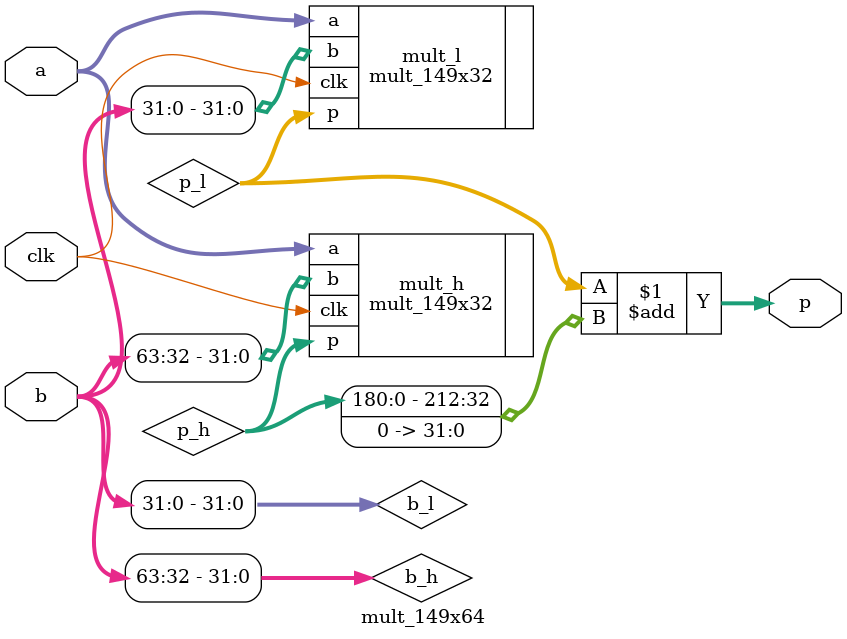
<source format=v>
`timescale 1ns / 1ps


module mult_149x64(
     input            clk,
     input  [149-1:0] a,
     input  [ 64-1:0] b,
     output [149+64-1:0] p
    );
    wire [31:0] b_h, b_l;
    wire [149+32-1:0] p_h, p_l;
//    reg [149+32-1:0] p_h_pip, p_l_pip;
    assign b_h = b[32+:32]; assign b_l = b[0+:32];
    mult_149x32 mult_h (.clk(clk), .a(a), .b(b_h), .p(p_h));
    mult_149x32 mult_l (.clk(clk), .a(a), .b(b_l), .p(p_l));
//    always @(posedge clk) begin
//        p_h_pip <= p_h; p_l_pip <= p_l;
//    end
    assign p = p_l + {p_h , {32{1'b0}}};
endmodule

</source>
